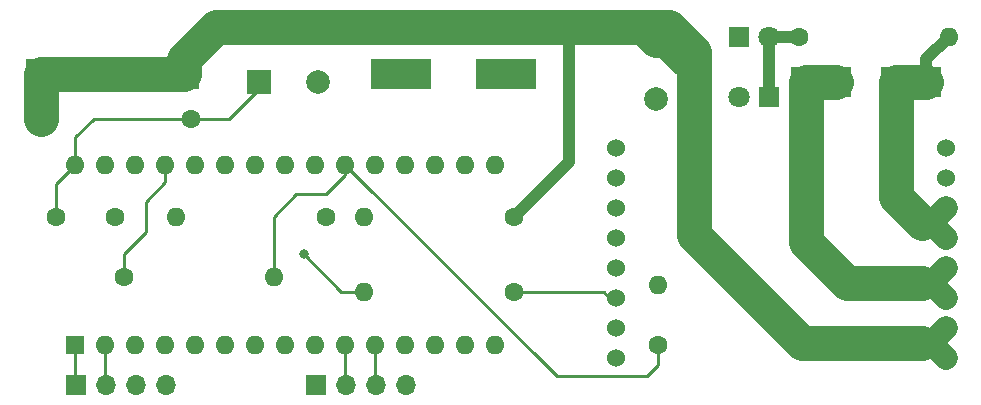
<source format=gbl>
%TF.GenerationSoftware,KiCad,Pcbnew,(5.1.12)-1*%
%TF.CreationDate,2022-06-03T19:16:28+02:00*%
%TF.ProjectId,pypilot,70797069-6c6f-4742-9e6b-696361645f70,rev?*%
%TF.SameCoordinates,Original*%
%TF.FileFunction,Copper,L2,Bot*%
%TF.FilePolarity,Positive*%
%FSLAX46Y46*%
G04 Gerber Fmt 4.6, Leading zero omitted, Abs format (unit mm)*
G04 Created by KiCad (PCBNEW (5.1.12)-1) date 2022-06-03 19:16:28*
%MOMM*%
%LPD*%
G01*
G04 APERTURE LIST*
%TA.AperFunction,ComponentPad*%
%ADD10R,2.540000X2.540000*%
%TD*%
%TA.AperFunction,ComponentPad*%
%ADD11O,1.600000X1.600000*%
%TD*%
%TA.AperFunction,ComponentPad*%
%ADD12C,1.600000*%
%TD*%
%TA.AperFunction,ComponentPad*%
%ADD13O,1.700000X1.700000*%
%TD*%
%TA.AperFunction,ComponentPad*%
%ADD14R,1.700000X1.700000*%
%TD*%
%TA.AperFunction,ComponentPad*%
%ADD15C,2.000000*%
%TD*%
%TA.AperFunction,ComponentPad*%
%ADD16R,2.000000X2.000000*%
%TD*%
%TA.AperFunction,ComponentPad*%
%ADD17C,1.524000*%
%TD*%
%TA.AperFunction,ComponentPad*%
%ADD18R,1.600000X1.600000*%
%TD*%
%TA.AperFunction,ComponentPad*%
%ADD19C,1.800000*%
%TD*%
%TA.AperFunction,ComponentPad*%
%ADD20R,1.800000X1.800000*%
%TD*%
%TA.AperFunction,ViaPad*%
%ADD21C,0.800000*%
%TD*%
%TA.AperFunction,Conductor*%
%ADD22C,0.250000*%
%TD*%
%TA.AperFunction,Conductor*%
%ADD23C,2.999999*%
%TD*%
%TA.AperFunction,Conductor*%
%ADD24C,1.000000*%
%TD*%
%TA.AperFunction,Conductor*%
%ADD25C,2.000000*%
%TD*%
%TA.AperFunction,Conductor*%
%ADD26C,3.000000*%
%TD*%
G04 APERTURE END LIST*
D10*
%TO.P,J11,1*%
%TO.N,/MOTORB*%
X178435000Y-101600000D03*
X180975000Y-101600000D03*
%TD*%
%TO.P,J8,1*%
%TO.N,/MOTORA*%
X170815000Y-101600000D03*
X173355000Y-101600000D03*
%TD*%
D11*
%TO.P,R4,2*%
%TO.N,Net-(A3-Pad21)*%
X125730000Y-118110000D03*
D12*
%TO.P,R4,1*%
%TO.N,Net-(A3-Pad27)*%
X113030000Y-118110000D03*
%TD*%
D11*
%TO.P,TH1,2*%
%TO.N,GND*%
X158318200Y-118846600D03*
D12*
%TO.P,TH1,1*%
%TO.N,Net-(A3-Pad21)*%
X158318200Y-123926600D03*
%TD*%
D11*
%TO.P,R9,2*%
%TO.N,Net-(A3-Pad20)*%
X133350000Y-119380000D03*
D12*
%TO.P,R9,1*%
%TO.N,Net-(A4-Pad14)*%
X146050000Y-119380000D03*
%TD*%
D11*
%TO.P,R6,2*%
%TO.N,GND*%
X117475000Y-113030000D03*
D12*
%TO.P,R6,1*%
%TO.N,Net-(A3-Pad19)*%
X130175000Y-113030000D03*
%TD*%
D11*
%TO.P,R5,2*%
%TO.N,+12V*%
X106045000Y-104775000D03*
D12*
%TO.P,R5,1*%
%TO.N,Net-(A3-Pad30)*%
X118745000Y-104775000D03*
%TD*%
D11*
%TO.P,R3,2*%
%TO.N,Net-(A3-Pad19)*%
X133350000Y-113030000D03*
D12*
%TO.P,R3,1*%
%TO.N,+12V*%
X146050000Y-113030000D03*
%TD*%
D10*
%TO.P,J13,1*%
%TO.N,GND*%
X144145000Y-100965000D03*
X146685000Y-100965000D03*
%TD*%
%TO.P,J12,1*%
%TO.N,GND*%
X135255000Y-100965000D03*
X137795000Y-100965000D03*
%TD*%
D13*
%TO.P,J9,4*%
%TO.N,GND*%
X136906000Y-127304800D03*
%TO.P,J9,3*%
%TO.N,Net-(A3-Pad11)*%
X134366000Y-127304800D03*
%TO.P,J9,2*%
%TO.N,Net-(A3-Pad10)*%
X131826000Y-127304800D03*
D14*
%TO.P,J9,1*%
%TO.N,Net-(J9-Pad1)*%
X129286000Y-127304800D03*
%TD*%
D13*
%TO.P,J7,4*%
%TO.N,GND*%
X116586000Y-127254000D03*
%TO.P,J7,3*%
%TO.N,Net-(J7-Pad3)*%
X114046000Y-127254000D03*
%TO.P,J7,2*%
%TO.N,Net-(A3-Pad2)*%
X111506000Y-127254000D03*
D14*
%TO.P,J7,1*%
%TO.N,Net-(A3-Pad1)*%
X108966000Y-127254000D03*
%TD*%
D10*
%TO.P,J5,1*%
%TO.N,+12V*%
X115570000Y-100965000D03*
X118110000Y-100965000D03*
%TD*%
%TO.P,J4,1*%
%TO.N,+12V*%
X106045000Y-100965000D03*
X108585000Y-100965000D03*
%TD*%
D15*
%TO.P,C9,2*%
%TO.N,GND*%
X158140400Y-103069400D03*
D16*
%TO.P,C9,1*%
%TO.N,+12V*%
X158140400Y-98069400D03*
%TD*%
D15*
%TO.P,C8,2*%
%TO.N,GND*%
X129460000Y-101600000D03*
D16*
%TO.P,C8,1*%
%TO.N,Net-(A3-Pad30)*%
X124460000Y-101600000D03*
%TD*%
D12*
%TO.P,C7,2*%
%TO.N,GND*%
X112315000Y-113030000D03*
%TO.P,C7,1*%
%TO.N,Net-(A3-Pad30)*%
X107315000Y-113030000D03*
%TD*%
D17*
%TO.P,A4,1*%
%TO.N,+12V*%
X182626000Y-124968000D03*
%TO.P,A4,2*%
X182626000Y-122428000D03*
%TO.P,A4,3*%
%TO.N,/MOTORA*%
X182626000Y-119888000D03*
%TO.P,A4,4*%
X182626000Y-117348000D03*
%TO.P,A4,5*%
%TO.N,/MOTORB*%
X182626000Y-114808000D03*
%TO.P,A4,6*%
X182626000Y-112268000D03*
%TO.P,A4,7*%
%TO.N,GND*%
X182626000Y-109728000D03*
%TO.P,A4,8*%
X182626000Y-107188000D03*
%TO.P,A4,9*%
X154686000Y-107188000D03*
%TO.P,A4,10*%
%TO.N,DIR*%
X154686000Y-109728000D03*
%TO.P,A4,11*%
%TO.N,PWM*%
X154686000Y-112268000D03*
%TO.P,A4,12*%
%TO.N,~SLP*%
X154686000Y-114808000D03*
%TO.P,A4,13*%
%TO.N,Net-(A4-Pad13)*%
X154686000Y-117348000D03*
%TO.P,A4,14*%
%TO.N,Net-(A4-Pad14)*%
X154686000Y-119888000D03*
%TO.P,A4,15*%
%TO.N,Net-(A4-Pad15)*%
X154686000Y-122428000D03*
%TO.P,A4,16*%
%TO.N,Net-(A4-Pad16)*%
X154686000Y-124968000D03*
%TD*%
D11*
%TO.P,A3,16*%
%TO.N,Net-(A3-Pad16)*%
X144510000Y-108640000D03*
%TO.P,A3,15*%
%TO.N,Net-(A3-Pad15)*%
X144510000Y-123880000D03*
%TO.P,A3,30*%
%TO.N,Net-(A3-Pad30)*%
X108950000Y-108640000D03*
%TO.P,A3,14*%
%TO.N,Net-(A3-Pad14)*%
X141970000Y-123880000D03*
%TO.P,A3,29*%
%TO.N,GND*%
X111490000Y-108640000D03*
%TO.P,A3,13*%
%TO.N,~SLP*%
X139430000Y-123880000D03*
%TO.P,A3,28*%
%TO.N,Net-(A3-Pad28)*%
X114030000Y-108640000D03*
%TO.P,A3,12*%
%TO.N,PWM*%
X136890000Y-123880000D03*
%TO.P,A3,27*%
%TO.N,Net-(A3-Pad27)*%
X116570000Y-108640000D03*
%TO.P,A3,11*%
%TO.N,Net-(A3-Pad11)*%
X134350000Y-123880000D03*
%TO.P,A3,26*%
%TO.N,GND*%
X119110000Y-108640000D03*
%TO.P,A3,10*%
%TO.N,Net-(A3-Pad10)*%
X131810000Y-123880000D03*
%TO.P,A3,25*%
%TO.N,GND*%
X121650000Y-108640000D03*
%TO.P,A3,9*%
X129270000Y-123880000D03*
%TO.P,A3,24*%
X124190000Y-108640000D03*
%TO.P,A3,8*%
%TO.N,Net-(A3-Pad8)*%
X126730000Y-123880000D03*
%TO.P,A3,23*%
%TO.N,GND*%
X126730000Y-108640000D03*
%TO.P,A3,7*%
X124190000Y-123880000D03*
%TO.P,A3,22*%
X129270000Y-108640000D03*
%TO.P,A3,6*%
%TO.N,Net-(A3-Pad6)*%
X121650000Y-123880000D03*
%TO.P,A3,21*%
%TO.N,Net-(A3-Pad21)*%
X131810000Y-108640000D03*
%TO.P,A3,5*%
%TO.N,DIR*%
X119110000Y-123880000D03*
%TO.P,A3,20*%
%TO.N,Net-(A3-Pad20)*%
X134350000Y-108640000D03*
%TO.P,A3,4*%
%TO.N,GND*%
X116570000Y-123880000D03*
%TO.P,A3,19*%
%TO.N,Net-(A3-Pad19)*%
X136890000Y-108640000D03*
%TO.P,A3,3*%
%TO.N,Net-(A3-Pad3)*%
X114030000Y-123880000D03*
%TO.P,A3,18*%
%TO.N,Net-(A3-Pad18)*%
X139430000Y-108640000D03*
%TO.P,A3,2*%
%TO.N,Net-(A3-Pad2)*%
X111490000Y-123880000D03*
%TO.P,A3,17*%
%TO.N,Net-(A3-Pad17)*%
X141970000Y-108640000D03*
D18*
%TO.P,A3,1*%
%TO.N,Net-(A3-Pad1)*%
X108950000Y-123880000D03*
%TD*%
D19*
%TO.P,D2,2*%
%TO.N,/MOTORA*%
X165100000Y-102870000D03*
D20*
%TO.P,D2,1*%
%TO.N,Net-(D2-Pad1)*%
X167640000Y-102870000D03*
%TD*%
D19*
%TO.P,D3,2*%
%TO.N,Net-(D2-Pad1)*%
X167640000Y-97790000D03*
D20*
%TO.P,D3,1*%
%TO.N,/MOTORA*%
X165100000Y-97790000D03*
%TD*%
D11*
%TO.P,R10,2*%
%TO.N,/MOTORB*%
X182880000Y-97790000D03*
D12*
%TO.P,R10,1*%
%TO.N,Net-(D2-Pad1)*%
X170180000Y-97790000D03*
%TD*%
D21*
%TO.N,+12V*%
X180594000Y-123698000D03*
%TO.N,Net-(A3-Pad20)*%
X128270000Y-116205000D03*
%TO.N,/MOTORA*%
X180594000Y-118618000D03*
%TO.N,/MOTORB*%
X180594000Y-113538000D03*
%TD*%
D22*
%TO.N,Net-(A3-Pad2)*%
X111490000Y-127365000D02*
X111760000Y-127635000D01*
X111490000Y-123880000D02*
X111490000Y-127365000D01*
%TO.N,Net-(A3-Pad1)*%
X108950000Y-127365000D02*
X109220000Y-127635000D01*
X108950000Y-123880000D02*
X108950000Y-127365000D01*
D23*
%TO.N,+12V*%
X106045000Y-100965000D02*
X108585000Y-100965000D01*
X108585000Y-100965000D02*
X115570000Y-100965000D01*
X115570000Y-100965000D02*
X118110000Y-100965000D01*
X118110000Y-99695000D02*
X120829991Y-96975009D01*
X118110000Y-100965000D02*
X118110000Y-99695000D01*
X106045000Y-100965000D02*
X106045000Y-104775000D01*
D24*
X146050000Y-113030000D02*
X150723600Y-108356400D01*
X150723600Y-108356400D02*
X150723600Y-97967800D01*
D25*
X181356000Y-123698000D02*
X182626000Y-122428000D01*
X181356000Y-123698000D02*
X182626000Y-124968000D01*
X180594000Y-123698000D02*
X181356000Y-123698000D01*
D26*
X180594000Y-123698000D02*
X170434000Y-123698000D01*
X159205009Y-98283011D02*
X161290000Y-100368002D01*
X161290000Y-114554000D02*
X170434000Y-123698000D01*
X161290000Y-100368002D02*
X161290000Y-114554000D01*
X157046009Y-96975009D02*
X158140400Y-98069400D01*
X120829991Y-96975009D02*
X157046009Y-96975009D01*
X159205009Y-96975009D02*
X157046009Y-96975009D01*
X161290000Y-99060000D02*
X159205009Y-96975009D01*
X161290000Y-100368002D02*
X161290000Y-99060000D01*
D22*
%TO.N,Net-(A3-Pad30)*%
X124460000Y-101600000D02*
X124460000Y-102235000D01*
X121920000Y-104775000D02*
X118745000Y-104775000D01*
X124460000Y-102235000D02*
X121920000Y-104775000D01*
X108950000Y-106315000D02*
X108950000Y-108640000D01*
X110490000Y-104775000D02*
X108950000Y-106315000D01*
X118745000Y-104775000D02*
X110490000Y-104775000D01*
X108950000Y-108640000D02*
X107315000Y-110275000D01*
X107315000Y-110275000D02*
X107315000Y-113030000D01*
%TO.N,Net-(A3-Pad27)*%
X116570000Y-108640000D02*
X116570000Y-110125000D01*
X116570000Y-110125000D02*
X114935000Y-111760000D01*
X114935000Y-111760000D02*
X114935000Y-114300000D01*
X114935000Y-114300000D02*
X113030000Y-116205000D01*
X113030000Y-116205000D02*
X113030000Y-118110000D01*
%TO.N,Net-(A3-Pad11)*%
X134350000Y-127365000D02*
X134620000Y-127635000D01*
X134350000Y-123880000D02*
X134350000Y-127365000D01*
%TO.N,Net-(A3-Pad10)*%
X131810000Y-127365000D02*
X132080000Y-127635000D01*
X131810000Y-123880000D02*
X131810000Y-127365000D01*
%TO.N,Net-(A3-Pad21)*%
X131810000Y-109490000D02*
X131810000Y-108640000D01*
X130175000Y-111125000D02*
X131810000Y-109490000D01*
X125730000Y-113030000D02*
X127635000Y-111125000D01*
X127635000Y-111125000D02*
X130175000Y-111125000D01*
X125730000Y-118110000D02*
X125730000Y-113030000D01*
X157347801Y-126547999D02*
X158318200Y-125577600D01*
X149717999Y-126547999D02*
X157347801Y-126547999D01*
X158318200Y-125577600D02*
X158318200Y-123926600D01*
X131810000Y-108640000D02*
X149717999Y-126547999D01*
%TO.N,Net-(A3-Pad20)*%
X133350000Y-119380000D02*
X131445000Y-119380000D01*
X131445000Y-119380000D02*
X128270000Y-116205000D01*
D23*
%TO.N,/MOTORA*%
X170815000Y-101600000D02*
X173355000Y-101600000D01*
X170815000Y-101600000D02*
X170815000Y-115189000D01*
D25*
X181356000Y-118618000D02*
X182626000Y-117348000D01*
X181356000Y-118618000D02*
X182626000Y-119888000D01*
X180594000Y-118618000D02*
X181356000Y-118618000D01*
D26*
X174244000Y-118618000D02*
X170815000Y-115189000D01*
X180594000Y-118618000D02*
X174244000Y-118618000D01*
D23*
%TO.N,/MOTORB*%
X178435000Y-101600000D02*
X180975000Y-101600000D01*
D25*
X181356000Y-113538000D02*
X182626000Y-112268000D01*
X181356000Y-113538000D02*
X182626000Y-114808000D01*
X180594000Y-113538000D02*
X181356000Y-113538000D01*
D26*
X178435000Y-111379000D02*
X178435000Y-101600000D01*
X180594000Y-113538000D02*
X178435000Y-111379000D01*
D24*
X180975000Y-99695000D02*
X182880000Y-97790000D01*
X180975000Y-101600000D02*
X180975000Y-99695000D01*
D22*
%TO.N,Net-(A4-Pad14)*%
X153670000Y-119380000D02*
X154254200Y-119964200D01*
X146050000Y-119380000D02*
X153670000Y-119380000D01*
D24*
%TO.N,Net-(D2-Pad1)*%
X170180000Y-97790000D02*
X167640000Y-97790000D01*
X167640000Y-97790000D02*
X167640000Y-102870000D01*
%TD*%
M02*

</source>
